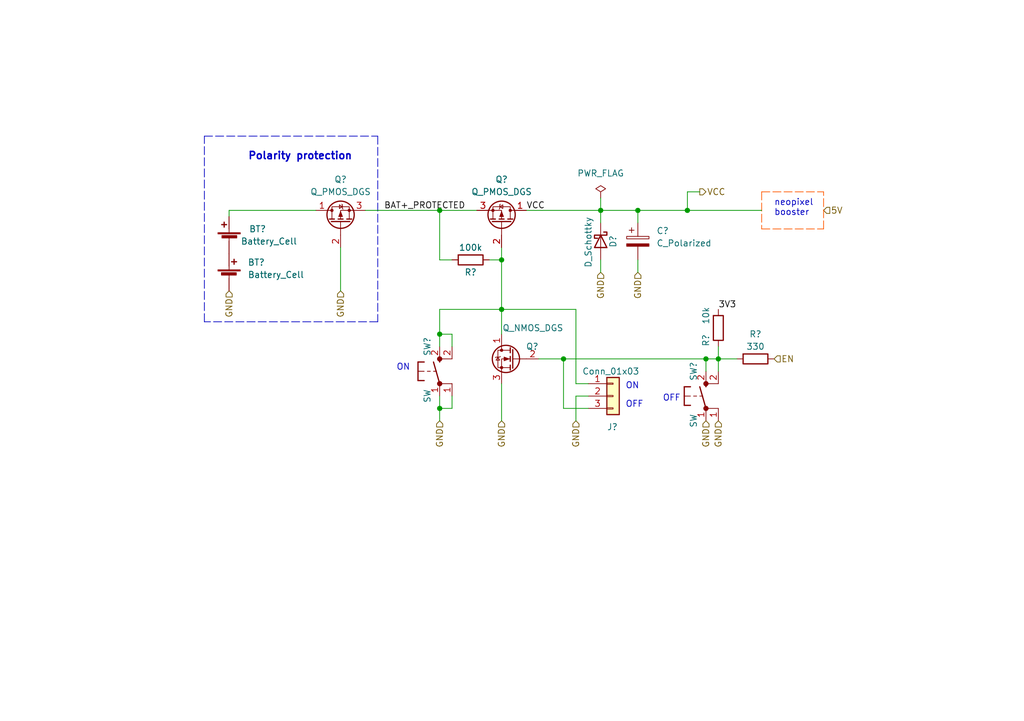
<source format=kicad_sch>
(kicad_sch (version 20211123) (generator eeschema)
  (paper "A5")
  (lib_symbols
    (symbol "Connector_Generic:Conn_01x03" (pin_names (offset 1.016) hide)
      (property "Reference" "J" (at 0 5.08 0))
      (property "Value" "Conn_01x03" (at 0 -5.08 0))
      (symbol "Conn_01x03_1_1"
        (rectangle (start -1.27 -2.413) (end 0 -2.667) (stroke (width 0.1524)))
        (rectangle (start -1.27 0.127) (end 0 -0.127) (stroke (width 0.1524)))
        (rectangle (start -1.27 2.667) (end 0 2.413) (stroke (width 0.1524)))
        (rectangle (start -1.27 3.81) (end 1.27 -3.81) (stroke (width 0.254)) (fill (type background)))
        (pin passive line (at -5.08 2.54 0) (length 3.81) (name "Pin_1") (number "1"))
        (pin passive line (at -5.08 0 0) (length 3.81) (name "Pin_2") (number "2"))
        (pin passive line (at -5.08 -2.54 0) (length 3.81) (name "Pin_3") (number "3"))
      )
    )
    (symbol "Device:Battery_Cell" (pin_numbers hide) (pin_names (offset 0) hide)
      (property "Reference" "BT" (at 2.54 2.54 0))
      (property "Value" "Battery_Cell" (at 2.54 0 0))
      (symbol "Battery_Cell_0_1"
        (rectangle (start -2.286 1.778) (end 2.286 1.524) (fill (type outline)))
        (rectangle (start -1.5748 1.1938) (end 1.4732 0.6858) (fill (type outline)))
        (polyline (pts (xy 0 0.762) (xy 0 0)))
        (polyline (pts (xy 0 1.778) (xy 0 2.54)))
        (polyline (pts (xy 0.508 3.429) (xy 1.524 3.429)) (stroke (width 0.254)))
        (polyline (pts (xy 1.016 3.937) (xy 1.016 2.921)) (stroke (width 0.254)))
      )
      (symbol "Battery_Cell_1_1"
        (pin passive line (at 0 5.08 270) (length 2.54) (name "+") (number "1"))
        (pin passive line (at 0 -2.54 90) (length 2.54) (name "-") (number "2"))
      )
    )
    (symbol "Device:C_Polarized" (pin_numbers hide) (pin_names (offset 0.254))
      (property "Reference" "C" (at 0.635 2.54 0))
      (property "Value" "C_Polarized" (at 0.635 -2.54 0))
      (symbol "C_Polarized_0_1"
        (rectangle (start -2.286 0.508) (end 2.286 1.016))
        (polyline (pts (xy -1.778 2.286) (xy -0.762 2.286)))
        (polyline (pts (xy -1.27 2.794) (xy -1.27 1.778)))
        (rectangle (start 2.286 -0.508) (end -2.286 -1.016) (fill (type outline)))
      )
      (symbol "C_Polarized_1_1"
        (pin passive line (at 0 3.81 270) (length 2.794) (name "~") (number "1"))
        (pin passive line (at 0 -3.81 90) (length 2.794) (name "~") (number "2"))
      )
    )
    (symbol "Device:D_Schottky" (pin_numbers hide) (pin_names (offset 1.016) hide)
      (property "Reference" "D" (at 0 2.54 0))
      (property "Value" "D_Schottky" (at 0 -2.54 0))
      (symbol "D_Schottky_0_1"
        (polyline (pts (xy 1.27 0) (xy -1.27 0)))
        (polyline (pts (xy 1.27 1.27) (xy 1.27 -1.27) (xy -1.27 0) (xy 1.27 1.27)) (stroke (width 0.254)))
        (polyline (pts (xy -1.905 0.635) (xy -1.905 1.27) (xy -1.27 1.27) (xy -1.27 -1.27) (xy -0.635 -1.27) (xy -0.635 -0.635)) (stroke (width 0.254)))
      )
      (symbol "D_Schottky_1_1"
        (pin passive line (at -3.81 0 0) (length 2.54) (name "K") (number "1"))
        (pin passive line (at 3.81 0 180) (length 2.54) (name "A") (number "2"))
      )
    )
    (symbol "Device:Q_NMOS_DGS" (pin_names (offset 0) hide)
      (property "Reference" "Q" (at 5.08 1.27 0))
      (property "Value" "Q_NMOS_DGS" (at 5.08 -1.27 0))
      (symbol "Q_NMOS_DGS_0_1"
        (polyline (pts (xy 0.254 0) (xy -2.54 0)))
        (polyline (pts (xy 0.254 1.905) (xy 0.254 -1.905)) (stroke (width 0.254)))
        (polyline (pts (xy 0.762 -1.27) (xy 0.762 -2.286)) (stroke (width 0.254)))
        (polyline (pts (xy 0.762 0.508) (xy 0.762 -0.508)) (stroke (width 0.254)))
        (polyline (pts (xy 0.762 2.286) (xy 0.762 1.27)) (stroke (width 0.254)))
        (polyline (pts (xy 2.54 2.54) (xy 2.54 1.778)))
        (polyline (pts (xy 2.54 -2.54) (xy 2.54 0) (xy 0.762 0)))
        (polyline (pts (xy 0.762 -1.778) (xy 3.302 -1.778) (xy 3.302 1.778) (xy 0.762 1.778)))
        (polyline (pts (xy 1.016 0) (xy 2.032 0.381) (xy 2.032 -0.381) (xy 1.016 0)) (fill (type outline)))
        (polyline (pts (xy 2.794 0.508) (xy 2.921 0.381) (xy 3.683 0.381) (xy 3.81 0.254)))
        (polyline (pts (xy 3.302 0.381) (xy 2.921 -0.254) (xy 3.683 -0.254) (xy 3.302 0.381)))
        (circle (center 1.651 0) (radius 2.794) (stroke (width 0.254)))
        (circle (center 2.54 -1.778) (radius 0.254) (fill (type outline)))
        (circle (center 2.54 1.778) (radius 0.254) (fill (type outline)))
      )
      (symbol "Q_NMOS_DGS_1_1"
        (pin passive line (at 2.54 5.08 270) (length 2.54) (name "D") (number "1"))
        (pin input line (at -5.08 0 0) (length 2.54) (name "G") (number "2"))
        (pin passive line (at 2.54 -5.08 90) (length 2.54) (name "S") (number "3"))
      )
    )
    (symbol "Device:Q_PMOS_DGS" (pin_names (offset 0) hide)
      (property "Reference" "Q" (at 5.08 1.27 0))
      (property "Value" "Q_PMOS_DGS" (at 5.08 -1.27 0))
      (symbol "Q_PMOS_DGS_0_1"
        (polyline (pts (xy 0.254 0) (xy -2.54 0)))
        (polyline (pts (xy 0.254 1.905) (xy 0.254 -1.905)) (stroke (width 0.254)))
        (polyline (pts (xy 0.762 -1.27) (xy 0.762 -2.286)) (stroke (width 0.254)))
        (polyline (pts (xy 0.762 0.508) (xy 0.762 -0.508)) (stroke (width 0.254)))
        (polyline (pts (xy 0.762 2.286) (xy 0.762 1.27)) (stroke (width 0.254)))
        (polyline (pts (xy 2.54 2.54) (xy 2.54 1.778)))
        (polyline (pts (xy 2.54 -2.54) (xy 2.54 0) (xy 0.762 0)))
        (polyline (pts (xy 0.762 1.778) (xy 3.302 1.778) (xy 3.302 -1.778) (xy 0.762 -1.778)))
        (polyline (pts (xy 2.286 0) (xy 1.27 0.381) (xy 1.27 -0.381) (xy 2.286 0)) (fill (type outline)))
        (polyline (pts (xy 2.794 -0.508) (xy 2.921 -0.381) (xy 3.683 -0.381) (xy 3.81 -0.254)))
        (polyline (pts (xy 3.302 -0.381) (xy 2.921 0.254) (xy 3.683 0.254) (xy 3.302 -0.381)))
        (circle (center 1.651 0) (radius 2.794) (stroke (width 0.254)))
        (circle (center 2.54 -1.778) (radius 0.254) (fill (type outline)))
        (circle (center 2.54 1.778) (radius 0.254) (fill (type outline)))
      )
      (symbol "Q_PMOS_DGS_1_1"
        (pin passive line (at 2.54 5.08 270) (length 2.54) (name "D") (number "1"))
        (pin input line (at -5.08 0 0) (length 2.54) (name "G") (number "2"))
        (pin passive line (at 2.54 -5.08 90) (length 2.54) (name "S") (number "3"))
      )
    )
    (symbol "Device:R" (pin_numbers hide) (pin_names (offset 0))
      (property "Reference" "R" (at 2.032 0 90))
      (property "Value" "R" (at 0 0 90))
      (symbol "R_0_1"
        (rectangle (start -1.016 -2.54) (end 1.016 2.54) (stroke (width 0.254)))
      )
      (symbol "R_1_1"
        (pin passive line (at 0 3.81 270) (length 1.27) (name "~") (number "1"))
        (pin passive line (at 0 -3.81 90) (length 1.27) (name "~") (number "2"))
      )
    )
    (symbol "RBCX:SW"
      (property "Reference" "SW" (at 0 8.89 0))
      (property "Value" "SW" (at 0 6.35 0))
      (symbol "SW_1_0"
        (circle (center 0 -2.54) (radius 0.127) (stroke (width 0.4064)))
        (polyline (pts (xy -4.445 -1.905) (xy -3.175 -1.905)) (stroke (width 0.254)))
        (polyline (pts (xy -4.445 0) (xy -4.445 -1.905)) (stroke (width 0.254)))
        (polyline (pts (xy -4.445 0) (xy -3.175 0)) (stroke (width 0.1524)))
        (polyline (pts (xy -4.445 1.905) (xy -4.445 0)) (stroke (width 0.254)))
        (polyline (pts (xy -4.445 1.905) (xy -3.175 1.905)) (stroke (width 0.254)))
        (polyline (pts (xy -2.54 0) (xy -1.905 0)) (stroke (width 0.1524)))
        (polyline (pts (xy -1.27 0) (xy -0.635 0)) (stroke (width 0.1524)))
        (polyline (pts (xy 0 -2.54) (xy -1.27 1.905)) (stroke (width 0.254)))
        (polyline (pts (xy 0 1.905) (xy 0 2.54)) (stroke (width 0.254)))
        (polyline (pts (xy 2.54 -2.54) (xy 0 -2.54)) (stroke (width 0.1524)))
        (polyline (pts (xy 2.54 2.54) (xy 0 2.54)) (stroke (width 0.1524)))
        (circle (center 0 2.54) (radius 0.127) (stroke (width 0.4064)))
        (pin passive line (at 0 -5.08 90) (length 2.54) (name "P") (number "1"))
        (pin passive line (at 2.54 -5.08 90) (length 2.54) (name "P1") (number "1"))
        (pin passive line (at 0 5.08 270) (length 2.54) (name "S") (number "2"))
        (pin passive line (at 2.54 5.08 270) (length 2.54) (name "S1") (number "2"))
      )
    )
    (symbol "power:PWR_FLAG" (power) (pin_numbers hide) (pin_names (offset 0) hide)
      (property "Value" "PWR_FLAG" (at 0 3.81 0))
      (symbol "PWR_FLAG_0_0"
        (pin power_out line (at 0 0 90) (length 0) (name "pwr") (number "1"))
      )
      (symbol "PWR_FLAG_0_1"
        (polyline (pts (xy 0 0) (xy 0 1.27) (xy -1.016 1.905) (xy 0 2.54) (xy 1.016 1.905) (xy 0 1.27)))
      )
    )
  )
  (junction (at 90.17 68.58))
  (junction (at 147.32 73.66))
  (junction (at 130.81 43.18))
  (junction (at 90.17 83.82))
  (junction (at 102.87 63.5))
  (junction (at 102.87 53.34))
  (junction (at 115.57 73.66))
  (junction (at 90.17 43.18))
  (junction (at 144.78 73.66))
  (junction (at 123.19 43.18))
  (junction (at 140.97 43.18))
  (polyline (pts (xy 41.91 27.94) (xy 77.47 27.94)))
  (wire (pts (xy 123.19 43.18) (xy 130.81 43.18)))
  (wire (pts (xy 90.17 53.34) (xy 90.17 43.18)))
  (wire (pts (xy 90.17 68.58) (xy 90.17 71.12)))
  (wire (pts (xy 92.71 81.28) (xy 92.71 83.82)))
  (wire (pts (xy 90.17 86.36) (xy 90.17 83.82)))
  (wire (pts (xy 144.78 73.66) (xy 147.32 73.66)))
  (polyline (pts (xy 156.21 39.37) (xy 168.91 39.37)) (stroke (width 0) (color 255 88 0 1)))
  (wire (pts (xy 92.71 71.12) (xy 92.71 68.58)))
  (wire (pts (xy 130.81 53.34) (xy 130.81 55.88)))
  (wire (pts (xy 140.97 39.37) (xy 140.97 43.18)))
  (wire (pts (xy 123.19 53.34) (xy 123.19 55.88)))
  (wire (pts (xy 102.87 53.34) (xy 102.87 63.5)))
  (wire (pts (xy 120.65 78.74) (xy 118.11 78.74)))
  (wire (pts (xy 74.93 43.18) (xy 90.17 43.18)))
  (wire (pts (xy 102.87 86.36) (xy 102.87 78.74)))
  (wire (pts (xy 107.95 43.18) (xy 123.19 43.18)))
  (wire (pts (xy 143.51 39.37) (xy 140.97 39.37)))
  (wire (pts (xy 90.17 81.28) (xy 90.17 83.82)))
  (wire (pts (xy 144.78 73.66) (xy 144.78 76.2)))
  (wire (pts (xy 120.65 81.28) (xy 118.11 81.28)))
  (wire (pts (xy 102.87 50.8) (xy 102.87 53.34)))
  (wire (pts (xy 92.71 83.82) (xy 90.17 83.82)))
  (wire (pts (xy 118.11 81.28) (xy 118.11 86.36)))
  (wire (pts (xy 123.19 45.72) (xy 123.19 43.18)))
  (wire (pts (xy 130.81 43.18) (xy 140.97 43.18)))
  (polyline (pts (xy 168.91 46.99) (xy 168.91 39.37)) (stroke (width 0) (color 255 88 0 1)))
  (wire (pts (xy 90.17 63.5) (xy 102.87 63.5)))
  (wire (pts (xy 110.49 73.66) (xy 115.57 73.66)))
  (wire (pts (xy 46.99 43.18) (xy 64.77 43.18)))
  (wire (pts (xy 90.17 43.18) (xy 97.79 43.18)))
  (polyline (pts (xy 156.21 46.99) (xy 168.91 46.99)) (stroke (width 0) (color 255 88 0 1)))
  (wire (pts (xy 147.32 73.66) (xy 147.32 76.2)))
  (polyline (pts (xy 156.21 39.37) (xy 156.21 46.99)) (stroke (width 0) (color 255 88 0 1)))
  (wire (pts (xy 115.57 73.66) (xy 144.78 73.66)))
  (wire (pts (xy 118.11 63.5) (xy 102.87 63.5)))
  (wire (pts (xy 130.81 45.72) (xy 130.81 43.18)))
  (wire (pts (xy 147.32 73.66) (xy 151.13 73.66)))
  (wire (pts (xy 118.11 78.74) (xy 118.11 63.5)))
  (wire (pts (xy 90.17 68.58) (xy 90.17 63.5)))
  (wire (pts (xy 115.57 83.82) (xy 115.57 73.66)))
  (wire (pts (xy 69.85 50.8) (xy 69.85 59.69)))
  (wire (pts (xy 123.19 40.64) (xy 123.19 43.18)))
  (wire (pts (xy 46.99 43.18) (xy 46.99 44.45)))
  (wire (pts (xy 92.71 68.58) (xy 90.17 68.58)))
  (polyline (pts (xy 77.47 66.04) (xy 41.91 66.04)))
  (wire (pts (xy 102.87 63.5) (xy 102.87 68.58)))
  (wire (pts (xy 120.65 83.82) (xy 115.57 83.82)))
  (wire (pts (xy 90.17 53.34) (xy 92.71 53.34)))
  (wire (pts (xy 100.33 53.34) (xy 102.87 53.34)))
  (wire (pts (xy 147.32 71.12) (xy 147.32 73.66)))
  (wire (pts (xy 140.97 43.18) (xy 156.21 43.18)))
  (polyline (pts (xy 41.91 66.04) (xy 41.91 27.94)))
  (polyline (pts (xy 77.47 27.94) (xy 77.47 66.04)))
  (text "ON" (at 81.28 76.2 0) (effects (font (size 1.27 1.27)) (justify left bottom)))
  (text "Polarity protection" (at 50.8 33.02 0) (effects (font (size 1.5 1.5) (thickness 0.3) bold) (justify left bottom)))
  (text "OFF" (at 135.89 82.55 0) (effects (font (size 1.27 1.27)) (justify left bottom)))
  (text "neopixel\nbooster" (at 158.75 44.45 0) (effects (font (size 1.27 1.27)) (justify left bottom)))
  (text "ON" (at 128.27 80.01 0) (effects (font (size 1.27 1.27)) (justify left bottom)))
  (text "OFF" (at 128.27 83.82 0) (effects (font (size 1.27 1.27)) (justify left bottom)))
  (label "VCC" (at 107.95 43.18 0))
  (label "3V3" (at 147.32 63.5 0))
  (label "BAT+_PROTECTED" (at 78.74 43.18 0))
  (hierarchical_label "GND" (shape input) (at 46.99 59.69 270))
  (hierarchical_label "GND" (shape input) (at 130.81 55.88 270))
  (hierarchical_label "GND" (shape input) (at 123.19 55.88 270))
  (hierarchical_label "EN" (shape input) (at 158.75 73.66 0))
  (hierarchical_label "GND" (shape input) (at 144.78 86.36 270))
  (hierarchical_label "GND" (shape input) (at 90.17 86.36 270))
  (hierarchical_label "GND" (shape input) (at 118.11 86.36 270))
  (hierarchical_label "GND" (shape input) (at 147.32 86.36 270))
  (hierarchical_label "GND" (shape input) (at 102.87 86.36 270))
  (hierarchical_label "5V" (shape input) (at 168.91 43.18 0))
  (hierarchical_label "VCC" (shape output) (at 143.51 39.37 0))
  (hierarchical_label "GND" (shape input) (at 69.85 59.69 270))
  (symbol (lib_id "Device:Battery_Cell") (at 46.99 49.53 0) (mirror y) (unit 1)
    (property "Reference" "BT?" (at 54.61 46.99 0) (effects (justify left)))
    (property "Value" "Battery_Cell" (at 60.96 49.53 0) (effects (justify left)))
  )
  (symbol (lib_id "Device:R") (at 96.52 53.34 90) (unit 1)
    (property "Reference" "R?" (at 96.52 55.88 90))
    (property "Value" "100k" (at 96.52 50.8 90))
    (property "Footprint" "Capacitor_SMD:C_0201_0603Metric" (effects hide))
    (property "LCSC" "C270364" (effects hide))
    (property "Basic/Extended" "E" (effects hide))
  )
  (symbol (lib_id "Connector_Generic:Conn_01x03") (at 125.73 81.28 0) (unit 1)
    (property "Reference" "J?" (at 124.46 87.63 0) (effects (justify left)))
    (property "Value" "Conn_01x03" (at 119.38 76.2 0) (effects (justify left)))
  )
  (symbol (lib_id "RBCX:SW") (at 90.17 76.2 0) (unit 1)
    (property "Reference" "SW?" (at 87.63 71.12 90))
    (property "Value" "SW" (at 87.63 81.28 90))
    (property "Footprint" "RBCX:SW" (effects hide))
    (property "Datasheet" "https://datasheet.lcsc.com/lcsc/2002271431_XKB-Connectivity-TS-1187A-B-A-B_C318884.pdf" (effects hide))
    (property "LCSC" "C318884" (effects hide))
    (property "Basic/Extended" "B" (effects hide))
  )
  (symbol (lib_id "power:PWR_FLAG") (at 123.19 40.64 0) (unit 1)
    (property "Reference" "#FLG?" (effects hide))
    (property "Value" "PWR_FLAG" (at 123.19 35.56 0))
  )
  (symbol (lib_id "Device:R") (at 154.94 73.66 90) (unit 1)
    (property "Reference" "R?" (at 154.94 68.58 90))
    (property "Value" "330" (at 154.94 71.12 90))
    (property "Footprint" "Capacitor_SMD:C_0201_0603Metric" (effects hide))
    (property "LCSC" "C473445" (effects hide))
    (property "Basic/Extended" "E" (effects hide))
  )
  (symbol (lib_id "Device:R") (at 147.32 67.31 180) (unit 1)
    (property "Reference" "R?" (at 144.78 69.85 90))
    (property "Value" "10k" (at 144.78 64.77 90))
    (property "Footprint" "Capacitor_SMD:C_0201_0603Metric" (effects hide))
    (property "LCSC" "C106225" (effects hide))
    (property "Basic/Extended" "E" (effects hide))
  )
  (symbol (lib_id "Device:Q_NMOS_DGS") (at 105.41 73.66 0) (mirror y) (unit 1)
    (property "Reference" "Q?" (at 110.49 71.12 0) (effects (justify left)))
    (property "Value" "Q_NMOS_DGS" (at 115.57 67.31 0) (effects (justify left)))
    (property "Footprint" "Package_TO_SOT_SMD:SOT-723" (effects hide))
    (property "Datasheet" "https://datasheet.lcsc.com/lcsc/2004141706_Jiangsu-Changjing-Electronics-Technology-Co---Ltd--2SK3541_C504051.pdf" (effects hide))
    (property "LCSC" "C504051" (effects hide))
    (property "Basic/Extended" "E" (effects hide))
    (property "JLCPCB_CORRECTION" "0;0;180" (effects hide))
  )
  (symbol (lib_id "Device:C_Polarized") (at 130.81 49.53 0) (unit 1)
    (property "Reference" "C?" (at 134.62 47.3709 0) (effects (justify left)))
    (property "Value" "C_Polarized" (at 134.62 49.9109 0) (effects (justify left)))
    (property "Footprint" "Capacitor_SMD:CP_Elec_8x11.9" (effects hide))
    (property "Datasheet" "https://datasheet.lcsc.com/lcsc/2112131830_AISHI-Aihua-Group-SVZ1VM221FBRE00RAXXX_C2923769.pdf" (effects hide))
    (property "LCSC" "C2923769" (effects hide))
    (property "Basic/Extended" "E" (effects hide))
  )
  (symbol (lib_id "Device:Battery_Cell") (at 46.99 57.15 0) (unit 1)
    (property "Reference" "BT?" (at 50.8 53.8479 0) (effects (justify left)))
    (property "Value" "Battery_Cell" (at 50.8 56.3879 0) (effects (justify left)))
  )
  (symbol (lib_id "Device:D_Schottky") (at 123.19 49.53 270) (unit 1)
    (property "Reference" "D?" (at 125.73 48.26 0) (effects (justify left)))
    (property "Value" "D_Schottky" (at 120.65 44.45 0) (effects (justify left)))
    (property "Footprint" "Diode_SMD:D_SOD-123F" (effects hide))
    (property "Datasheet" "https://datasheet.lcsc.com/lcsc/1810211104_Shandong-Jingdao-Microelectronics-DS24W_C108810.pdf" (effects hide))
    (property "LCSC" "C108810" (effects hide))
    (property "Basic/Extended" "E" (effects hide))
  )
  (symbol (lib_id "Device:Q_PMOS_DGS") (at 69.85 45.72 90) (unit 1)
    (property "Reference" "Q?" (at 69.85 36.83 90))
    (property "Value" "Q_PMOS_DGS" (at 69.85 39.37 90))
    (property "Footprint" "RBCX:JMSL0302AU" (effects hide))
    (property "Datasheet" "https://datasheet.lcsc.com/lcsc/2109070930_Jiangsu-JieJie-Microelectronics-JMSL0302AU_C2890409.pdf" (effects hide))
    (property "LCSC" "C2890409" (effects hide))
    (property "Basic/Extended" "E" (effects hide))
  )
  (symbol (lib_id "RBCX:SW") (at 144.78 81.28 0) (unit 1)
    (property "Reference" "SW?" (at 142.24 76.2 90))
    (property "Value" "SW" (at 142.24 86.36 90))
    (property "Footprint" "RBCX:SW" (effects hide))
    (property "Datasheet" "https://datasheet.lcsc.com/lcsc/2002271431_XKB-Connectivity-TS-1187A-B-A-B_C318884.pdf" (effects hide))
    (property "LCSC" "C318884" (effects hide))
    (property "Basic/Extended" "B" (effects hide))
  )
  (symbol (lib_id "Device:Q_PMOS_DGS") (at 102.87 45.72 270) (mirror x) (unit 1)
    (property "Reference" "Q?" (at 102.87 36.83 90))
    (property "Value" "Q_PMOS_DGS" (at 102.87 39.37 90))
    (property "Footprint" "RBCX:JMSL0302AU" (effects hide))
    (property "Datasheet" "https://datasheet.lcsc.com/lcsc/2109070930_Jiangsu-JieJie-Microelectronics-JMSL0302AU_C2890409.pdf" (effects hide))
    (property "LCSC" "C2890409" (effects hide))
    (property "Basic/Extended" "E" (effects hide))
  )
)
</source>
